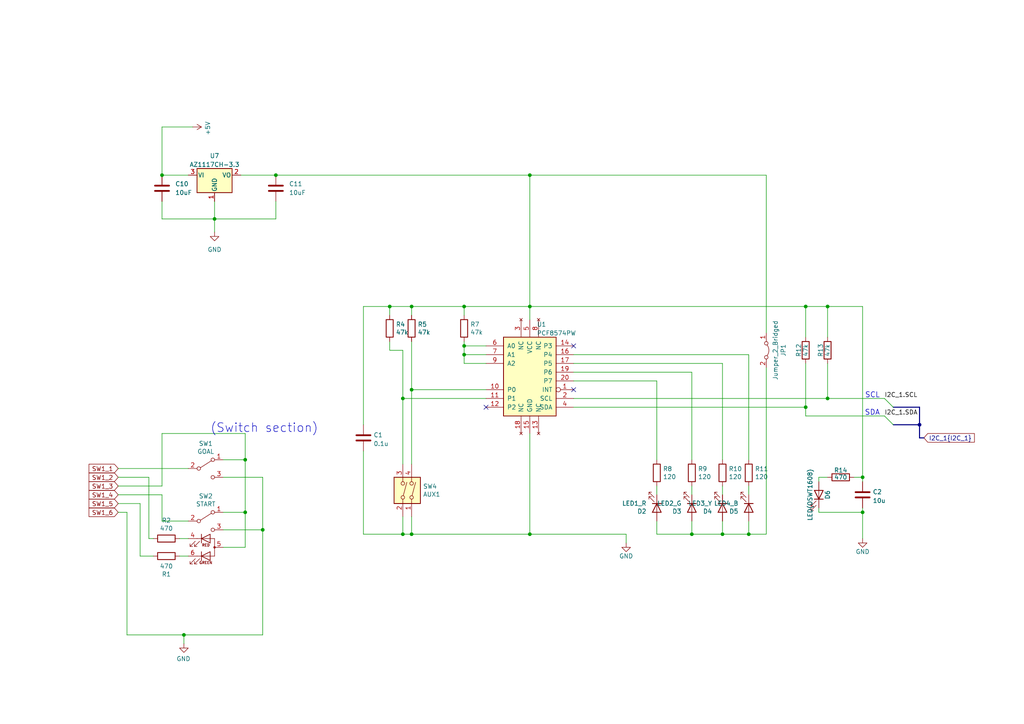
<source format=kicad_sch>
(kicad_sch (version 20211123) (generator eeschema)
  (paper "A4")
  (title_block (title "control board") (date "2022-12-02") (rev "V2.0") (company "Saeki.A"))
  (lib_symbols
    (symbol "0.main.robot.library:SW_NKK_B-12CCPRM" (pin_names (offset 1.016) hide)
      (property "Reference" "SW" (at 0 9.398 0))
      (property "Value" "SW_NKK_B-12CCPRM" (at 0 -8.89 0))
      (symbol "SW_NKK_B-12CCPRM_0_0"
        (circle (center -2.032 5.08) (radius 0.508))
        (polyline (pts (xy -2.54 -5.08) (xy 2.54 -5.08)))
        (polyline (pts (xy -2.54 0) (xy 2.54 0)))
        (circle (center 2.032 2.54) (radius 0.508))
        (text "GREEN" (at 0 -6.985 0) (effects (font (size 0.762 0.762))))
        (text "RED" (at 0 -1.905 0) (effects (font (size 0.762 0.762))))
      )
      (symbol "SW_NKK_B-12CCPRM_0_1"
        (polyline (pts (xy -1.524 5.334) (xy 1.651 7.366)))
        (polyline (pts (xy -1.27 -6.35) (xy -1.27 -3.81)) (stroke (width 0.2032)))
        (polyline (pts (xy -1.27 -1.27) (xy -1.27 1.27)) (stroke (width 0.2032)))
        (polyline (pts (xy 2.54 0) (xy 2.54 -5.08)))
        (polyline (pts (xy 1.27 -6.35) (xy 1.27 -3.81) (xy -1.27 -5.08) (xy 1.27 -6.35)) (stroke (width 0.2032)))
        (polyline (pts (xy 1.27 -1.27) (xy 1.27 1.27) (xy -1.27 0) (xy 1.27 -1.27)) (stroke (width 0.2032)))
        (polyline (pts (xy -3.048 -5.842) (xy -4.572 -7.366) (xy -3.81 -7.366) (xy -4.572 -7.366) (xy -4.572 -6.604)))
        (polyline (pts (xy -3.048 -0.762) (xy -4.572 -2.286) (xy -3.81 -2.286) (xy -4.572 -2.286) (xy -4.572 -1.524)))
        (polyline (pts (xy -1.778 -5.842) (xy -3.302 -7.366) (xy -2.54 -7.366) (xy -3.302 -7.366) (xy -3.302 -6.604)))
        (polyline (pts (xy -1.778 -0.762) (xy -3.302 -2.286) (xy -2.54 -2.286) (xy -3.302 -2.286) (xy -3.302 -1.524)))
        (circle (center 2.032 7.62) (radius 0.508))
        (circle (center 2.54 -2.54) (radius 0.254) (fill (type outline)))
        (pin passive line (at -5.08 0 0) (length 2.54) (name "KR") (number "4"))
        (pin passive line (at 5.08 -2.54 180) (length 2.54) (name "A") (number "5"))
        (pin passive line (at -5.08 -5.08 0) (length 2.54) (name "KG") (number "6"))
      )
      (symbol "SW_NKK_B-12CCPRM_1_1"
        (pin passive line (at 5.08 7.62 180) (length 2.54) (name "A") (number "1"))
        (pin passive line (at -5.08 5.08 0) (length 2.54) (name "B") (number "2"))
        (pin passive line (at 5.08 2.54 180) (length 2.54) (name "C") (number "3"))
      )
    )
    (symbol "Device:C" (pin_numbers hide) (pin_names (offset 0.254))
      (property "Reference" "C" (at 0.635 2.54 0))
      (property "Value" "C" (at 0.635 -2.54 0))
      (symbol "C_0_1"
        (polyline (pts (xy -2.032 -0.762) (xy 2.032 -0.762)) (stroke (width 0.508)))
        (polyline (pts (xy -2.032 0.762) (xy 2.032 0.762)) (stroke (width 0.508)))
      )
      (symbol "C_1_1"
        (pin passive line (at 0 3.81 270) (length 2.794) (name "~") (number "1"))
        (pin passive line (at 0 -3.81 90) (length 2.794) (name "~") (number "2"))
      )
    )
    (symbol "Device:LED" (pin_numbers hide) (pin_names (offset 1.016) hide)
      (property "Reference" "D" (at 0 2.54 0))
      (property "Value" "LED" (at 0 -2.54 0))
      (symbol "LED_0_1"
        (polyline (pts (xy -1.27 -1.27) (xy -1.27 1.27)) (stroke (width 0.254)))
        (polyline (pts (xy -1.27 0) (xy 1.27 0)))
        (polyline (pts (xy 1.27 -1.27) (xy 1.27 1.27) (xy -1.27 0) (xy 1.27 -1.27)) (stroke (width 0.254)))
        (polyline (pts (xy -3.048 -0.762) (xy -4.572 -2.286) (xy -3.81 -2.286) (xy -4.572 -2.286) (xy -4.572 -1.524)))
        (polyline (pts (xy -1.778 -0.762) (xy -3.302 -2.286) (xy -2.54 -2.286) (xy -3.302 -2.286) (xy -3.302 -1.524)))
      )
      (symbol "LED_1_1"
        (pin passive line (at -3.81 0 0) (length 2.54) (name "K") (number "1"))
        (pin passive line (at 3.81 0 180) (length 2.54) (name "A") (number "2"))
      )
    )
    (symbol "Device:R" (pin_numbers hide) (pin_names (offset 0))
      (property "Reference" "R" (at 2.032 0 90))
      (property "Value" "R" (at 0 0 90))
      (symbol "R_0_1"
        (rectangle (start -1.016 -2.54) (end 1.016 2.54) (stroke (width 0.254)))
      )
      (symbol "R_1_1"
        (pin passive line (at 0 3.81 270) (length 1.27) (name "~") (number "1"))
        (pin passive line (at 0 -3.81 90) (length 1.27) (name "~") (number "2"))
      )
    )
    (symbol "Jumper:Jumper_2_Bridged" (pin_names (offset 0) hide)
      (property "Reference" "JP" (at 0 1.905 0))
      (property "Value" "Jumper_2_Bridged" (at 0 -2.54 0))
      (symbol "Jumper_2_Bridged_0_0"
        (circle (center -2.032 0) (radius 0.508))
        (circle (center 2.032 0) (radius 0.508))
      )
      (symbol "Jumper_2_Bridged_0_1"
        (arc (start 1.524 0.254) (mid 0 0.762) (end -1.524 0.254))
      )
      (symbol "Jumper_2_Bridged_1_1"
        (pin passive line (at -5.08 0 0) (length 2.54) (name "A") (number "1"))
        (pin passive line (at 5.08 0 180) (length 2.54) (name "B") (number "2"))
      )
    )
    (symbol "PCF8574:PCF8574PW" (pin_names (offset 1.016))
      (property "Reference" "U" (at -7.62 11.43 0))
      (property "Value" "PCF8574PW" (at -12.7 -15.24 0))
      (symbol "PCF8574PW_1_0"
        (pin output inverted (at 12.7 -5.08 180) (length 5.08) (name "INT") (number "1"))
        (pin bidirectional line (at -12.7 -5.08 0) (length 5.08) (name "P0") (number "10"))
        (pin bidirectional line (at -12.7 -7.62 0) (length 5.08) (name "P1") (number "11"))
        (pin bidirectional line (at -12.7 -10.16 0) (length 5.08) (name "P2") (number "12"))
        (pin no_connect line (at 2.54 -17.78 90) (length 5.08) (name "NC") (number "13"))
        (pin bidirectional line (at 12.7 7.62 180) (length 5.08) (name "P3") (number "14"))
        (pin power_in line (at 0 -17.78 90) (length 5.08) (name "GND") (number "15"))
        (pin bidirectional line (at 12.7 5.08 180) (length 5.08) (name "P4") (number "16"))
        (pin bidirectional line (at 12.7 2.54 180) (length 5.08) (name "P5") (number "17"))
        (pin no_connect line (at -2.54 -17.78 90) (length 5.08) (name "NC") (number "18"))
        (pin bidirectional line (at 12.7 0 180) (length 5.08) (name "P6") (number "19"))
        (pin input line (at 12.7 -7.62 180) (length 5.08) (name "SCL") (number "2"))
        (pin bidirectional line (at 12.7 -2.54 180) (length 5.08) (name "P7") (number "20"))
        (pin no_connect line (at -2.54 15.24 270) (length 5.08) (name "NC") (number "3"))
        (pin input line (at 12.7 -10.16 180) (length 5.08) (name "SDA") (number "4"))
        (pin power_in line (at 0 15.24 270) (length 5.08) (name "VCC") (number "5"))
        (pin input line (at -12.7 7.62 0) (length 5.08) (name "A0") (number "6"))
        (pin input line (at -12.7 5.08 0) (length 5.08) (name "A1") (number "7"))
        (pin no_connect line (at 2.54 15.24 270) (length 5.08) (name "NC") (number "8"))
        (pin input line (at -12.7 2.54 0) (length 5.08) (name "A2") (number "9"))
      )
      (symbol "PCF8574PW_1_1"
        (rectangle (start -7.62 10.16) (end 7.62 -12.7) (stroke (width 0.254)) (fill (type background)))
      )
    )
    (symbol "Regulator_Linear:AZ1117-3.3" (pin_names (offset 0.254))
      (property "Reference" "U" (at -3.81 3.175 0))
      (property "Value" "AZ1117-3.3" (at 0 3.175 0))
      (symbol "AZ1117-3.3_0_1"
        (rectangle (start -5.08 1.905) (end 5.08 -5.08) (stroke (width 0.254)) (fill (type background)))
      )
      (symbol "AZ1117-3.3_1_1"
        (pin power_in line (at 0 -7.62 90) (length 2.54) (name "GND") (number "1"))
        (pin power_out line (at 7.62 0 180) (length 2.54) (name "VO") (number "2"))
        (pin power_in line (at -7.62 0 0) (length 2.54) (name "VI") (number "3"))
      )
    )
    (symbol "Switch:SW_DIP_x02" (pin_names (offset 0) hide)
      (property "Reference" "SW" (at 0 6.35 0))
      (property "Value" "SW_DIP_x02" (at 0 -3.81 0))
      (symbol "SW_DIP_x02_0_0"
        (circle (center -2.032 0) (radius 0.508))
        (circle (center -2.032 2.54) (radius 0.508))
        (polyline (pts (xy -1.524 0.127) (xy 2.3622 1.1684)))
        (polyline (pts (xy -1.524 2.667) (xy 2.3622 3.7084)))
        (circle (center 2.032 0) (radius 0.508))
        (circle (center 2.032 2.54) (radius 0.508))
      )
      (symbol "SW_DIP_x02_0_1"
        (rectangle (start -3.81 5.08) (end 3.81 -2.54) (stroke (width 0.254)) (fill (type background)))
      )
      (symbol "SW_DIP_x02_1_1"
        (pin passive line (at -7.62 2.54 0) (length 5.08) (name "~") (number "1"))
        (pin passive line (at -7.62 0 0) (length 5.08) (name "~") (number "2"))
        (pin passive line (at 7.62 0 180) (length 5.08) (name "~") (number "3"))
        (pin passive line (at 7.62 2.54 180) (length 5.08) (name "~") (number "4"))
      )
    )
    (symbol "Switch:SW_SPDT" (pin_names (offset 0) hide)
      (property "Reference" "SW" (at 0 4.318 0))
      (property "Value" "SW_SPDT" (at 0 -5.08 0))
      (symbol "SW_SPDT_0_0"
        (circle (center -2.032 0) (radius 0.508))
        (circle (center 2.032 -2.54) (radius 0.508))
      )
      (symbol "SW_SPDT_0_1"
        (polyline (pts (xy -1.524 0.254) (xy 1.651 2.286)))
        (circle (center 2.032 2.54) (radius 0.508))
      )
      (symbol "SW_SPDT_1_1"
        (pin passive line (at 5.08 2.54 180) (length 2.54) (name "A") (number "1"))
        (pin passive line (at -5.08 0 0) (length 2.54) (name "B") (number "2"))
        (pin passive line (at 5.08 -2.54 180) (length 2.54) (name "C") (number "3"))
      )
    )
    (symbol "power:+5V" (power) (pin_names (offset 0))
      (property "Value" "+5V" (at 0 3.556 0))
      (symbol "+5V_0_1"
        (polyline (pts (xy -0.762 1.27) (xy 0 2.54)))
        (polyline (pts (xy 0 0) (xy 0 2.54)))
        (polyline (pts (xy 0 2.54) (xy 0.762 1.27)))
      )
      (symbol "+5V_1_1"
        (pin power_in line (at 0 0 90) (length 0) hide (name "+5V") (number "1"))
      )
    )
    (symbol "power:GND" (power) (pin_names (offset 0))
      (property "Value" "GND" (at 0 -3.81 0))
      (symbol "GND_0_1"
        (polyline (pts (xy 0 0) (xy 0 -1.27) (xy 1.27 -1.27) (xy 0 -2.54) (xy -1.27 -1.27) (xy 0 -1.27)))
      )
      (symbol "GND_1_1"
        (pin power_in line (at 0 0 270) (length 0) hide (name "GND") (number "1"))
      )
    )
  )
  (junction (at 240.03 88.9))
  (junction (at 46.99 50.8))
  (junction (at 153.67 88.9))
  (junction (at 119.38 88.9))
  (junction (at 80.01 50.8))
  (junction (at 233.68 88.9))
  (junction (at 266.7 123.19))
  (junction (at 209.55 154.94))
  (junction (at 217.17 154.94))
  (junction (at 71.12 133.35))
  (junction (at 200.66 154.94))
  (junction (at 250.19 138.43))
  (junction (at 113.03 88.9))
  (junction (at 233.68 118.11))
  (junction (at 71.12 148.59))
  (junction (at 153.67 154.94))
  (junction (at 134.62 100.33))
  (junction (at 134.62 102.87))
  (junction (at 76.2 153.67))
  (junction (at 134.62 88.9))
  (junction (at 62.23 63.5))
  (junction (at 116.84 115.57))
  (junction (at 240.03 115.57))
  (junction (at 250.19 148.59))
  (junction (at 119.38 154.94))
  (junction (at 153.67 50.8))
  (junction (at 119.38 113.03))
  (junction (at 116.84 154.94))
  (junction (at 53.34 184.15))
  (no_connect (at 166.37 113.03))
  (no_connect (at 140.97 118.11))
  (no_connect (at 166.37 100.33))
  (bus_entry (at 259.08 118.11) (size -2.54 -2.54))
  (bus_entry (at 259.08 123.19) (size -2.54 -2.54))
  (wire (pts (xy 134.62 88.9) (xy 153.67 88.9)))
  (wire (pts (xy 116.84 115.57) (xy 140.97 115.57)))
  (wire (pts (xy 250.19 88.9) (xy 250.19 138.43)))
  (wire (pts (xy 71.12 148.59) (xy 64.77 148.59)))
  (wire (pts (xy 119.38 88.9) (xy 119.38 91.44)))
  (wire (pts (xy 134.62 99.06) (xy 134.62 100.33)))
  (wire (pts (xy 237.49 138.43) (xy 237.49 139.7)))
  (wire (pts (xy 46.99 151.13) (xy 46.99 143.51)))
  (wire (pts (xy 52.07 161.29) (xy 54.61 161.29)))
  (wire (pts (xy 116.84 101.6) (xy 116.84 115.57)))
  (wire (pts (xy 34.29 146.05) (xy 40.64 146.05)))
  (wire (pts (xy 105.41 130.81) (xy 105.41 154.94)))
  (wire (pts (xy 217.17 102.87) (xy 217.17 133.35)))
  (wire (pts (xy 40.64 146.05) (xy 40.64 161.29)))
  (wire (pts (xy 46.99 125.73) (xy 71.12 125.73)))
  (wire (pts (xy 105.41 88.9) (xy 113.03 88.9)))
  (wire (pts (xy 140.97 102.87) (xy 134.62 102.87)))
  (wire (pts (xy 43.18 156.21) (xy 43.18 138.43)))
  (wire (pts (xy 54.61 151.13) (xy 46.99 151.13)))
  (wire (pts (xy 166.37 110.49) (xy 190.5 110.49)))
  (wire (pts (xy 240.03 115.57) (xy 256.54 115.57)))
  (wire (pts (xy 240.03 105.41) (xy 240.03 115.57)))
  (wire (pts (xy 209.55 151.13) (xy 209.55 154.94)))
  (wire (pts (xy 233.68 118.11) (xy 233.68 120.65)))
  (wire (pts (xy 71.12 125.73) (xy 71.12 133.35)))
  (bus (pts (xy 266.7 127) (xy 267.97 127)))
  (wire (pts (xy 80.01 50.8) (xy 153.67 50.8)))
  (wire (pts (xy 62.23 63.5) (xy 80.01 63.5)))
  (wire (pts (xy 240.03 88.9) (xy 233.68 88.9)))
  (wire (pts (xy 46.99 58.42) (xy 46.99 63.5)))
  (wire (pts (xy 36.83 184.15) (xy 36.83 148.59)))
  (wire (pts (xy 209.55 154.94) (xy 217.17 154.94)))
  (wire (pts (xy 190.5 154.94) (xy 200.66 154.94)))
  (wire (pts (xy 119.38 113.03) (xy 119.38 134.62)))
  (wire (pts (xy 237.49 148.59) (xy 237.49 147.32)))
  (wire (pts (xy 71.12 148.59) (xy 71.12 158.75)))
  (wire (pts (xy 181.61 154.94) (xy 181.61 157.48)))
  (wire (pts (xy 250.19 147.32) (xy 250.19 148.59)))
  (wire (pts (xy 153.67 50.8) (xy 153.67 88.9)))
  (wire (pts (xy 76.2 153.67) (xy 76.2 184.15)))
  (wire (pts (xy 200.66 154.94) (xy 209.55 154.94)))
  (wire (pts (xy 105.41 154.94) (xy 116.84 154.94)))
  (wire (pts (xy 166.37 105.41) (xy 209.55 105.41)))
  (wire (pts (xy 119.38 154.94) (xy 153.67 154.94)))
  (wire (pts (xy 250.19 148.59) (xy 237.49 148.59)))
  (wire (pts (xy 250.19 88.9) (xy 240.03 88.9)))
  (wire (pts (xy 153.67 88.9) (xy 233.68 88.9)))
  (wire (pts (xy 240.03 88.9) (xy 240.03 97.79)))
  (wire (pts (xy 153.67 88.9) (xy 153.67 92.71)))
  (wire (pts (xy 200.66 140.97) (xy 200.66 143.51)))
  (wire (pts (xy 34.29 140.97) (xy 46.99 140.97)))
  (wire (pts (xy 217.17 140.97) (xy 217.17 143.51)))
  (wire (pts (xy 46.99 50.8) (xy 54.61 50.8)))
  (wire (pts (xy 53.34 186.69) (xy 53.34 184.15)))
  (wire (pts (xy 140.97 100.33) (xy 134.62 100.33)))
  (wire (pts (xy 116.84 115.57) (xy 116.84 134.62)))
  (wire (pts (xy 233.68 105.41) (xy 233.68 118.11)))
  (wire (pts (xy 153.67 50.8) (xy 222.25 50.8)))
  (wire (pts (xy 54.61 156.21) (xy 52.07 156.21)))
  (wire (pts (xy 134.62 105.41) (xy 140.97 105.41)))
  (wire (pts (xy 64.77 133.35) (xy 71.12 133.35)))
  (wire (pts (xy 240.03 138.43) (xy 237.49 138.43)))
  (wire (pts (xy 46.99 143.51) (xy 34.29 143.51)))
  (wire (pts (xy 153.67 154.94) (xy 181.61 154.94)))
  (wire (pts (xy 209.55 140.97) (xy 209.55 143.51)))
  (wire (pts (xy 166.37 102.87) (xy 217.17 102.87)))
  (bus (pts (xy 266.7 118.11) (xy 266.7 123.19)))
  (wire (pts (xy 222.25 50.8) (xy 222.25 96.52)))
  (wire (pts (xy 36.83 148.59) (xy 34.29 148.59)))
  (wire (pts (xy 113.03 99.06) (xy 113.03 101.6)))
  (wire (pts (xy 69.85 50.8) (xy 80.01 50.8)))
  (wire (pts (xy 64.77 138.43) (xy 76.2 138.43)))
  (wire (pts (xy 209.55 105.41) (xy 209.55 133.35)))
  (wire (pts (xy 46.99 63.5) (xy 62.23 63.5)))
  (wire (pts (xy 233.68 88.9) (xy 233.68 97.79)))
  (wire (pts (xy 62.23 63.5) (xy 62.23 58.42)))
  (wire (pts (xy 76.2 138.43) (xy 76.2 153.67)))
  (wire (pts (xy 190.5 110.49) (xy 190.5 133.35)))
  (wire (pts (xy 250.19 148.59) (xy 250.19 156.21)))
  (wire (pts (xy 116.84 149.86) (xy 116.84 154.94)))
  (wire (pts (xy 119.38 113.03) (xy 140.97 113.03)))
  (wire (pts (xy 134.62 102.87) (xy 134.62 105.41)))
  (wire (pts (xy 250.19 138.43) (xy 247.65 138.43)))
  (bus (pts (xy 259.08 118.11) (xy 266.7 118.11)))
  (bus (pts (xy 266.7 123.19) (xy 266.7 127)))
  (wire (pts (xy 46.99 36.83) (xy 55.88 36.83)))
  (wire (pts (xy 113.03 101.6) (xy 116.84 101.6)))
  (wire (pts (xy 116.84 154.94) (xy 119.38 154.94)))
  (wire (pts (xy 62.23 67.31) (xy 62.23 63.5)))
  (wire (pts (xy 119.38 88.9) (xy 134.62 88.9)))
  (wire (pts (xy 105.41 88.9) (xy 105.41 123.19)))
  (wire (pts (xy 71.12 133.35) (xy 71.12 148.59)))
  (wire (pts (xy 119.38 99.06) (xy 119.38 113.03)))
  (wire (pts (xy 64.77 153.67) (xy 76.2 153.67)))
  (wire (pts (xy 134.62 100.33) (xy 134.62 102.87)))
  (wire (pts (xy 153.67 125.73) (xy 153.67 154.94)))
  (wire (pts (xy 76.2 184.15) (xy 53.34 184.15)))
  (wire (pts (xy 250.19 138.43) (xy 250.19 139.7)))
  (wire (pts (xy 217.17 154.94) (xy 217.17 151.13)))
  (wire (pts (xy 40.64 161.29) (xy 44.45 161.29)))
  (wire (pts (xy 200.66 107.95) (xy 200.66 133.35)))
  (wire (pts (xy 233.68 120.65) (xy 256.54 120.65)))
  (wire (pts (xy 200.66 151.13) (xy 200.66 154.94)))
  (wire (pts (xy 166.37 107.95) (xy 200.66 107.95)))
  (wire (pts (xy 113.03 88.9) (xy 113.03 91.44)))
  (wire (pts (xy 46.99 36.83) (xy 46.99 50.8)))
  (wire (pts (xy 80.01 63.5) (xy 80.01 58.42)))
  (wire (pts (xy 217.17 154.94) (xy 222.25 154.94)))
  (wire (pts (xy 44.45 156.21) (xy 43.18 156.21)))
  (wire (pts (xy 46.99 140.97) (xy 46.99 125.73)))
  (bus (pts (xy 259.08 123.19) (xy 266.7 123.19)))
  (wire (pts (xy 119.38 154.94) (xy 119.38 149.86)))
  (wire (pts (xy 166.37 118.11) (xy 233.68 118.11)))
  (wire (pts (xy 190.5 140.97) (xy 190.5 143.51)))
  (wire (pts (xy 166.37 115.57) (xy 240.03 115.57)))
  (wire (pts (xy 222.25 106.68) (xy 222.25 154.94)))
  (wire (pts (xy 36.83 184.15) (xy 53.34 184.15)))
  (wire (pts (xy 113.03 88.9) (xy 119.38 88.9)))
  (wire (pts (xy 54.61 135.89) (xy 34.29 135.89)))
  (wire (pts (xy 34.29 138.43) (xy 43.18 138.43)))
  (wire (pts (xy 190.5 151.13) (xy 190.5 154.94)))
  (wire (pts (xy 71.12 158.75) (xy 64.77 158.75)))
  (wire (pts (xy 134.62 88.9) (xy 134.62 91.44)))
  (text "SDA" (at 255.27 120.65 180) (effects (font (size 1.524 1.524)) (justify right bottom)))
  (text "SCL" (at 255.27 115.57 180) (effects (font (size 1.524 1.524)) (justify right bottom)))
  (text "(Switch section)" (at 60.96 125.73 0) (effects (font (size 2.54 2.54)) (justify left bottom)))
  (label "I2C_1.SCL" (at 256.54 115.57 0))
  (label "I2C_1.SDA" (at 256.54 120.65 0))
  (global_label "SW1_1" (shape input) (at 34.29 135.89 180) (property "Intersheet References" "${INTERSHEET_REFS}" (effects hide)))
  (global_label "SW1_6" (shape input) (at 34.29 148.59 180) (property "Intersheet References" "${INTERSHEET_REFS}" (effects hide)))
  (global_label "SW1_3" (shape input) (at 34.29 140.97 180) (property "Intersheet References" "${INTERSHEET_REFS}" (effects hide)))
  (global_label "I2C_1{I2C_1}" (shape input) (at 267.97 127 0) (property "Intersheet References" "${INTERSHEET_REFS}" (effects hide)))
  (global_label "SW1_5" (shape input) (at 34.29 146.05 180) (property "Intersheet References" "${INTERSHEET_REFS}" (effects hide)))
  (global_label "SW1_4" (shape input) (at 34.29 143.51 180) (property "Intersheet References" "${INTERSHEET_REFS}" (effects hide)))
  (global_label "SW1_2" (shape input) (at 34.29 138.43 180) (property "Intersheet References" "${INTERSHEET_REFS}" (effects hide)))
  (symbol (lib_id "0.main.robot.library:SW_NKK_B-12CCPRM") (at 59.69 156.21 0) (unit 1)
    (property "Reference" "SW2" (at 59.69 143.891 0))
    (property "Value" "START" (at 59.69 146.2024 0))
    (property "Footprint" "0.main.robot:SW_NKK_B-12CCPRM" (effects hide))
    (property "Datasheet" "http://www.nkkswitches.com/pdf/gwillum.pdf" (effects hide))
  )
  (symbol (lib_id "Switch:SW_SPDT") (at 59.69 135.89 0) (unit 1)
    (property "Reference" "SW1" (at 59.69 128.651 0))
    (property "Value" "GOAL" (at 59.69 130.9624 0))
    (property "Footprint" "0.main.robot:MFS101D-14-Z" (effects hide))
  )
  (symbol (lib_id "Device:R") (at 48.26 161.29 270) (mirror x) (unit 1)
    (property "Reference" "R1" (at 48.26 166.5478 90))
    (property "Value" "470" (at 48.26 164.2364 90))
    (property "Footprint" "Resistor_SMD:R_0603_1608Metric_Pad1.05x0.95mm_HandSolder" (effects hide))
  )
  (symbol (lib_id "Device:R") (at 48.26 156.21 90) (mirror x) (unit 1)
    (property "Reference" "R2" (at 48.26 150.9522 90))
    (property "Value" "470" (at 48.26 153.2636 90))
    (property "Footprint" "Resistor_SMD:R_0603_1608Metric_Pad1.05x0.95mm_HandSolder" (effects hide))
  )
  (symbol (lib_id "power:GND") (at 53.34 186.69 0) (mirror y) (unit 1)
    (property "Reference" "#PWR01" (effects hide))
    (property "Value" "GND" (at 53.213 191.0842 0))
  )
  (symbol (lib_id "Switch:SW_DIP_x02") (at 116.84 142.24 270) (mirror x) (unit 1)
    (property "Reference" "SW4" (at 122.682 141.0716 90) (effects (justify left)))
    (property "Value" "AUX1" (at 122.682 143.383 90) (effects (justify left)))
    (property "Footprint" "Button_Switch_THT:SW_DIP_SPSTx02_Slide_9.78x7.26mm_W7.62mm_P2.54mm" (effects hide))
  )
  (symbol (lib_id "Device:R") (at 113.03 95.25 0) (unit 1)
    (property "Reference" "R4" (at 114.808 94.0816 0) (effects (justify left)))
    (property "Value" "47k" (at 114.808 96.393 0) (effects (justify left)))
    (property "Footprint" "Resistor_SMD:R_0603_1608Metric_Pad1.05x0.95mm_HandSolder" (effects hide))
  )
  (symbol (lib_id "Device:R") (at 119.38 95.25 0) (unit 1)
    (property "Reference" "R5" (at 121.158 94.0816 0) (effects (justify left)))
    (property "Value" "47k" (at 121.158 96.393 0) (effects (justify left)))
    (property "Footprint" "Resistor_SMD:R_0603_1608Metric_Pad1.05x0.95mm_HandSolder" (effects hide))
  )
  (symbol (lib_id "Device:LED") (at 190.5 147.32 270) (unit 1)
    (property "Reference" "D2" (at 187.5282 148.3106 90) (effects (justify right)))
    (property "Value" "LED1_R" (at 187.5282 145.9992 90) (effects (justify right)))
    (property "Footprint" "0.main.robot:LED_SMLE13WBC8W1" (effects hide))
  )
  (symbol (lib_id "Device:LED") (at 200.66 147.32 270) (unit 1)
    (property "Reference" "D3" (at 197.6882 148.3106 90) (effects (justify right)))
    (property "Value" "LED2_G" (at 197.6882 145.9992 90) (effects (justify right)))
    (property "Footprint" "0.main.robot:LED_SMLE13WBC8W1" (effects hide))
  )
  (symbol (lib_id "Device:LED") (at 209.55 147.32 270) (unit 1)
    (property "Reference" "D4" (at 206.5782 148.3106 90) (effects (justify right)))
    (property "Value" "LED3_Y" (at 206.5782 145.9992 90) (effects (justify right)))
    (property "Footprint" "0.main.robot:LED_SMLE13WBC8W1" (effects hide))
  )
  (symbol (lib_id "Device:LED") (at 217.17 147.32 270) (unit 1)
    (property "Reference" "D5" (at 214.1982 148.3106 90) (effects (justify right)))
    (property "Value" "LED4_B" (at 214.1982 145.9992 90) (effects (justify right)))
    (property "Footprint" "0.main.robot:LED_SMLE13WBC8W1" (effects hide))
  )
  (symbol (lib_id "Device:R") (at 190.5 137.16 0) (unit 1)
    (property "Reference" "R8" (at 192.278 135.9916 0) (effects (justify left)))
    (property "Value" "120" (at 192.278 138.303 0) (effects (justify left)))
    (property "Footprint" "Resistor_SMD:R_0603_1608Metric_Pad1.05x0.95mm_HandSolder" (effects hide))
  )
  (symbol (lib_id "Device:R") (at 200.66 137.16 0) (unit 1)
    (property "Reference" "R9" (at 202.438 135.9916 0) (effects (justify left)))
    (property "Value" "120" (at 202.438 138.303 0) (effects (justify left)))
    (property "Footprint" "Resistor_SMD:R_0603_1608Metric_Pad1.05x0.95mm_HandSolder" (effects hide))
  )
  (symbol (lib_id "Device:R") (at 209.55 137.16 0) (unit 1)
    (property "Reference" "R10" (at 211.328 135.9916 0) (effects (justify left)))
    (property "Value" "120" (at 211.328 138.303 0) (effects (justify left)))
    (property "Footprint" "Resistor_SMD:R_0603_1608Metric_Pad1.05x0.95mm_HandSolder" (effects hide))
  )
  (symbol (lib_id "Device:R") (at 217.17 137.16 0) (unit 1)
    (property "Reference" "R11" (at 218.948 135.9916 0) (effects (justify left)))
    (property "Value" "120" (at 218.948 138.303 0) (effects (justify left)))
    (property "Footprint" "Resistor_SMD:R_0603_1608Metric_Pad1.05x0.95mm_HandSolder" (effects hide))
  )
  (symbol (lib_id "Jumper:Jumper_2_Bridged") (at 222.25 101.6 270) (unit 1)
    (property "Reference" "JP1" (at 227.203 101.6 0))
    (property "Value" "Jumper_2_Bridged" (at 224.8916 101.6 0))
    (property "Footprint" "Connector_PinHeader_1.27mm:PinHeader_1x02_P1.27mm_Vertical" (effects hide))
  )
  (symbol (lib_id "Device:C") (at 46.99 54.61 0) (unit 1)
    (property "Reference" "C10" (at 50.8 53.3399 0) (effects (justify left)))
    (property "Value" "10uF" (at 50.8 55.8799 0) (effects (justify left)))
    (property "Footprint" "Capacitor_SMD:C_0603_1608Metric_Pad1.08x0.95mm_HandSolder" (effects hide))
  )
  (symbol (lib_id "Device:LED") (at 237.49 143.51 270) (mirror x) (unit 1)
    (property "Reference" "D6" (at 240.03 143.51 0))
    (property "Value" "LED(OSWT1608)" (at 234.95 143.51 0))
    (property "Footprint" "0.main.robot:LED_SMLE13WBC8W1" (effects hide))
  )
  (symbol (lib_id "Device:C") (at 250.19 143.51 0) (unit 1)
    (property "Reference" "C2" (at 253.111 142.6753 0) (effects (justify left)))
    (property "Value" "10u" (at 253.111 145.2122 0) (effects (justify left)))
    (property "Footprint" "Capacitor_SMD:C_0603_1608Metric_Pad1.08x0.95mm_HandSolder" (effects hide))
  )
  (symbol (lib_id "Device:R") (at 243.84 138.43 270) (mirror x) (unit 1)
    (property "Reference" "R14" (at 243.84 136.398 90))
    (property "Value" "470" (at 243.84 138.43 90))
    (property "Footprint" "Resistor_SMD:R_0603_1608Metric_Pad0.98x0.95mm_HandSolder" (effects hide))
  )
  (symbol (lib_id "PCF8574:PCF8574PW") (at 153.67 107.95 0) (unit 1)
    (property "Reference" "U1" (at 155.6894 94.0902 0) (effects (justify left)))
    (property "Value" "PCF8574PW" (at 155.6894 96.6271 0) (effects (justify left)))
    (property "Footprint" "Package_SO:TSSOP-20_4.4x6.5mm_P0.65mm" (effects hide))
    (property "Datasheet" "http://www.ti.com/lit/gpn/sn74LS137" (effects hide))
  )
  (symbol (lib_id "power:+5V") (at 55.88 36.83 270) (unit 1)
    (property "Reference" "#PWR060" (effects hide))
    (property "Value" "+5V" (at 60.2742 37.211 0))
  )
  (symbol (lib_id "Regulator_Linear:AZ1117-3.3") (at 62.23 50.8 0) (unit 1)
    (property "Reference" "U7" (at 62.23 45.1952 0))
    (property "Value" "AZ1117CH-3.3" (at 62.23 47.7321 0))
    (property "Footprint" "Package_TO_SOT_SMD:SOT-223-3_TabPin2" (effects hide))
    (property "Datasheet" "https://www.diodes.com/assets/Datasheets/AZ1117.pdf" (effects hide))
  )
  (symbol (lib_id "Device:R") (at 233.68 101.6 0) (mirror y) (unit 1)
    (property "Reference" "R12" (at 231.648 101.6 90))
    (property "Value" "47k" (at 233.68 101.6 90))
    (property "Footprint" "Resistor_SMD:R_0603_1608Metric_Pad0.98x0.95mm_HandSolder" (effects hide))
  )
  (symbol (lib_id "Device:R") (at 134.62 95.25 0) (unit 1)
    (property "Reference" "R7" (at 136.398 94.0816 0) (effects (justify left)))
    (property "Value" "47k" (at 136.398 96.393 0) (effects (justify left)))
    (property "Footprint" "Resistor_SMD:R_0603_1608Metric_Pad1.05x0.95mm_HandSolder" (effects hide))
  )
  (symbol (lib_id "Device:C") (at 105.41 127 0) (unit 1)
    (property "Reference" "C1" (at 108.331 126.1653 0) (effects (justify left)))
    (property "Value" "0.1u" (at 108.331 128.7022 0) (effects (justify left)))
    (property "Footprint" "Capacitor_SMD:C_0603_1608Metric_Pad1.08x0.95mm_HandSolder" (effects hide))
  )
  (symbol (lib_id "Device:R") (at 240.03 101.6 0) (mirror y) (unit 1)
    (property "Reference" "R13" (at 237.998 101.6 90))
    (property "Value" "47k" (at 240.03 101.6 90))
    (property "Footprint" "Resistor_SMD:R_0603_1608Metric_Pad0.98x0.95mm_HandSolder" (effects hide))
  )
  (symbol (lib_id "Device:C") (at 80.01 54.61 0) (unit 1)
    (property "Reference" "C11" (at 83.82 53.3399 0) (effects (justify left)))
    (property "Value" "10uF" (at 83.82 55.8799 0) (effects (justify left)))
    (property "Footprint" "Capacitor_SMD:C_0603_1608Metric_Pad1.08x0.95mm_HandSolder" (effects hide))
  )
  (symbol (lib_id "power:GND") (at 62.23 67.31 0) (unit 1)
    (property "Reference" "#PWR061" (effects hide))
    (property "Value" "GND" (at 62.23 72.39 0))
  )
  (symbol (lib_id "power:GND") (at 181.61 157.48 0) (mirror y) (unit 1)
    (property "Reference" "#PWR09" (effects hide))
    (property "Value" "GND" (at 181.61 161.29 0))
  )
  (symbol (lib_id "power:GND") (at 250.19 156.21 0) (mirror y) (unit 1)
    (property "Reference" "#PWR02" (effects hide))
    (property "Value" "GND" (at 250.19 160.02 0))
  )
)
</source>
